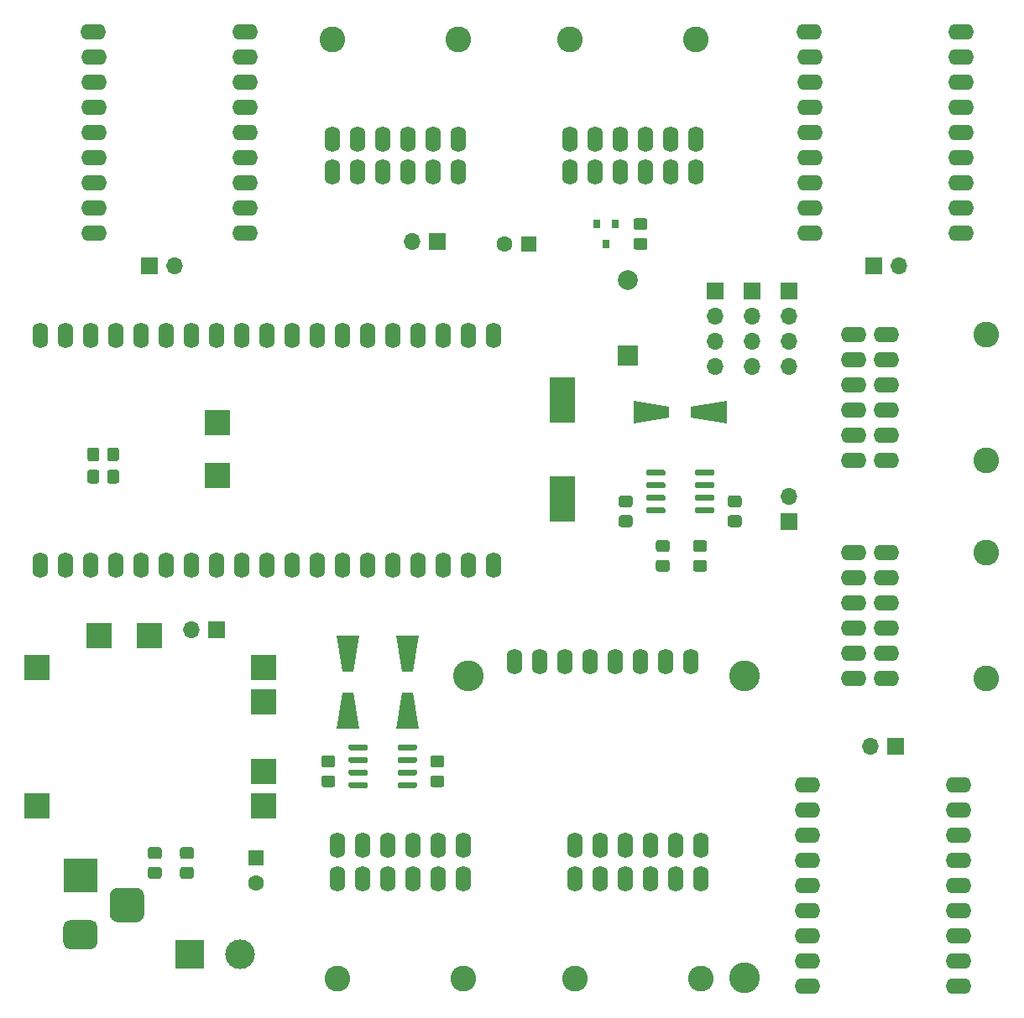
<source format=gts>
G04 #@! TF.GenerationSoftware,KiCad,Pcbnew,(5.1.9)-1*
G04 #@! TF.CreationDate,2021-04-18T14:16:20+07:00*
G04 #@! TF.ProjectId,kicad-weight-scale-6-ch,6b696361-642d-4776-9569-6768742d7363,rev?*
G04 #@! TF.SameCoordinates,Original*
G04 #@! TF.FileFunction,Soldermask,Top*
G04 #@! TF.FilePolarity,Negative*
%FSLAX46Y46*%
G04 Gerber Fmt 4.6, Leading zero omitted, Abs format (unit mm)*
G04 Created by KiCad (PCBNEW (5.1.9)-1) date 2021-04-18 14:16:20*
%MOMM*%
%LPD*%
G01*
G04 APERTURE LIST*
%ADD10O,1.600000X2.600000*%
%ADD11C,2.600000*%
%ADD12O,1.700000X1.700000*%
%ADD13R,1.700000X1.700000*%
%ADD14R,2.500000X2.500000*%
%ADD15O,2.600000X1.600000*%
%ADD16R,3.500000X3.500000*%
%ADD17C,3.100000*%
%ADD18C,3.000000*%
%ADD19R,3.000000X3.000000*%
%ADD20C,2.000000*%
%ADD21R,2.000000X2.000000*%
%ADD22C,1.600000*%
%ADD23R,1.600000X1.600000*%
%ADD24C,0.100000*%
%ADD25R,0.800000X0.900000*%
G04 APERTURE END LIST*
D10*
X147660000Y-82500000D03*
X145120000Y-82500000D03*
X142580000Y-82500000D03*
X140040000Y-82500000D03*
X137500000Y-82500000D03*
X134960000Y-82500000D03*
X132420000Y-82500000D03*
X129880000Y-82500000D03*
X127340000Y-82500000D03*
X124800000Y-82500000D03*
X122260000Y-82500000D03*
X119720000Y-82500000D03*
X117180000Y-82500000D03*
X114640000Y-82500000D03*
X112100000Y-82500000D03*
X109560000Y-82500000D03*
X107020000Y-82500000D03*
X104480000Y-82500000D03*
X101940000Y-82500000D03*
X101940000Y-105660000D03*
X104480000Y-105660000D03*
X107020000Y-105660000D03*
X109560000Y-105660000D03*
X112100000Y-105660000D03*
X114640000Y-105660000D03*
X117180000Y-105660000D03*
X119720000Y-105660000D03*
X122260000Y-105660000D03*
X124800000Y-105660000D03*
X127340000Y-105660000D03*
X129880000Y-105660000D03*
X132420000Y-105660000D03*
X134960000Y-105660000D03*
X137500000Y-105660000D03*
X140040000Y-105660000D03*
X142580000Y-105660000D03*
X145120000Y-105660000D03*
X147660000Y-105660000D03*
D11*
X155400000Y-52600000D03*
X168100000Y-52600000D03*
D10*
X168080000Y-66020000D03*
X165540000Y-66020000D03*
X163000000Y-66020000D03*
X160460000Y-66020000D03*
X157920000Y-66020000D03*
X155380000Y-66020000D03*
X155380000Y-62680000D03*
X157920000Y-62680000D03*
X160460000Y-62680000D03*
X163000000Y-62680000D03*
X165540000Y-62680000D03*
X168080000Y-62680000D03*
D11*
X131400000Y-52600000D03*
X144100000Y-52600000D03*
D10*
X144080000Y-66020000D03*
X141540000Y-66020000D03*
X139000000Y-66020000D03*
X136460000Y-66020000D03*
X133920000Y-66020000D03*
X131380000Y-66020000D03*
X131380000Y-62680000D03*
X133920000Y-62680000D03*
X136460000Y-62680000D03*
X139000000Y-62680000D03*
X141540000Y-62680000D03*
X144080000Y-62680000D03*
D12*
X117210000Y-112250000D03*
D13*
X119750000Y-112250000D03*
D14*
X113000000Y-112840000D03*
X107920000Y-112840000D03*
X124500000Y-116000000D03*
X124500000Y-119500000D03*
X124500000Y-126500000D03*
X124500000Y-130000000D03*
X101600000Y-116000000D03*
X101600000Y-130000000D03*
D11*
X197400000Y-104400000D03*
X197400000Y-117100000D03*
D15*
X183980000Y-117080000D03*
X183980000Y-114540000D03*
X183980000Y-112000000D03*
X183980000Y-109460000D03*
X183980000Y-106920000D03*
X183980000Y-104380000D03*
X187320000Y-104380000D03*
X187320000Y-106920000D03*
X187320000Y-109460000D03*
X187320000Y-112000000D03*
X187320000Y-114540000D03*
X187320000Y-117080000D03*
X179590000Y-72160000D03*
X179590000Y-69620000D03*
X179590000Y-67080000D03*
X179590000Y-64540000D03*
X179590000Y-62000000D03*
X179590000Y-59460000D03*
X179590000Y-56920000D03*
X179590000Y-54380000D03*
X179550000Y-51840000D03*
X194870000Y-51840000D03*
X194870000Y-54380000D03*
X194870000Y-56920000D03*
X194870000Y-59460000D03*
X194870000Y-62000000D03*
X194870000Y-64540000D03*
X194870000Y-67080000D03*
X194870000Y-69620000D03*
X194870000Y-72160000D03*
G36*
G01*
X111575000Y-141750000D02*
X109825000Y-141750000D01*
G75*
G02*
X108950000Y-140875000I0J875000D01*
G01*
X108950000Y-139125000D01*
G75*
G02*
X109825000Y-138250000I875000J0D01*
G01*
X111575000Y-138250000D01*
G75*
G02*
X112450000Y-139125000I0J-875000D01*
G01*
X112450000Y-140875000D01*
G75*
G02*
X111575000Y-141750000I-875000J0D01*
G01*
G37*
G36*
G01*
X107000000Y-144500000D02*
X105000000Y-144500000D01*
G75*
G02*
X104250000Y-143750000I0J750000D01*
G01*
X104250000Y-142250000D01*
G75*
G02*
X105000000Y-141500000I750000J0D01*
G01*
X107000000Y-141500000D01*
G75*
G02*
X107750000Y-142250000I0J-750000D01*
G01*
X107750000Y-143750000D01*
G75*
G02*
X107000000Y-144500000I-750000J0D01*
G01*
G37*
D16*
X106000000Y-137000000D03*
D17*
X172950000Y-147350000D03*
X145150000Y-116850000D03*
X172950000Y-116850000D03*
D10*
X149830000Y-115410000D03*
X152370000Y-115410000D03*
X154910000Y-115410000D03*
X157450000Y-115410000D03*
X159990000Y-115410000D03*
X162530000Y-115410000D03*
X165070000Y-115410000D03*
X167610000Y-115410000D03*
D18*
X122080000Y-145000000D03*
D19*
X117000000Y-145000000D03*
D20*
X161250000Y-76900000D03*
D21*
X161250000Y-84500000D03*
D22*
X123750000Y-137750000D03*
D23*
X123750000Y-135250000D03*
D22*
X148750000Y-73250000D03*
D23*
X151250000Y-73250000D03*
D24*
G36*
X140150000Y-122200000D02*
G01*
X137850000Y-122200000D01*
X138450000Y-118600000D01*
X139550000Y-118600000D01*
X140150000Y-122200000D01*
G37*
G36*
X137850000Y-112800000D02*
G01*
X140150000Y-112800000D01*
X139550000Y-116400000D01*
X138450000Y-116400000D01*
X137850000Y-112800000D01*
G37*
G36*
X134150000Y-122200000D02*
G01*
X131850000Y-122200000D01*
X132450000Y-118600000D01*
X133550000Y-118600000D01*
X134150000Y-122200000D01*
G37*
G36*
X131850000Y-112800000D02*
G01*
X134150000Y-112800000D01*
X133550000Y-116400000D01*
X132450000Y-116400000D01*
X131850000Y-112800000D01*
G37*
G36*
X171200000Y-89100000D02*
G01*
X171200000Y-91400000D01*
X167600000Y-90800000D01*
X167600000Y-89700000D01*
X171200000Y-89100000D01*
G37*
G36*
X161800000Y-91400000D02*
G01*
X161800000Y-89100000D01*
X165400000Y-89700000D01*
X165400000Y-90800000D01*
X161800000Y-91400000D01*
G37*
D12*
X139460000Y-73000000D03*
D13*
X142000000Y-73000000D03*
D12*
X170000000Y-85620000D03*
X170000000Y-83080000D03*
X170000000Y-80540000D03*
D13*
X170000000Y-78000000D03*
D12*
X173750000Y-85620000D03*
X173750000Y-83080000D03*
X173750000Y-80540000D03*
D13*
X173750000Y-78000000D03*
D12*
X177500000Y-85620000D03*
X177500000Y-83080000D03*
X177500000Y-80540000D03*
D13*
X177500000Y-78000000D03*
D12*
X115540000Y-75500000D03*
D13*
X113000000Y-75500000D03*
D12*
X188540000Y-75500000D03*
D13*
X186000000Y-75500000D03*
D12*
X185710000Y-124000000D03*
D13*
X188250000Y-124000000D03*
G36*
G01*
X165000000Y-100005000D02*
X165000000Y-100305000D01*
G75*
G02*
X164850000Y-100455000I-150000J0D01*
G01*
X163200000Y-100455000D01*
G75*
G02*
X163050000Y-100305000I0J150000D01*
G01*
X163050000Y-100005000D01*
G75*
G02*
X163200000Y-99855000I150000J0D01*
G01*
X164850000Y-99855000D01*
G75*
G02*
X165000000Y-100005000I0J-150000D01*
G01*
G37*
G36*
G01*
X165000000Y-98735000D02*
X165000000Y-99035000D01*
G75*
G02*
X164850000Y-99185000I-150000J0D01*
G01*
X163200000Y-99185000D01*
G75*
G02*
X163050000Y-99035000I0J150000D01*
G01*
X163050000Y-98735000D01*
G75*
G02*
X163200000Y-98585000I150000J0D01*
G01*
X164850000Y-98585000D01*
G75*
G02*
X165000000Y-98735000I0J-150000D01*
G01*
G37*
G36*
G01*
X165000000Y-97465000D02*
X165000000Y-97765000D01*
G75*
G02*
X164850000Y-97915000I-150000J0D01*
G01*
X163200000Y-97915000D01*
G75*
G02*
X163050000Y-97765000I0J150000D01*
G01*
X163050000Y-97465000D01*
G75*
G02*
X163200000Y-97315000I150000J0D01*
G01*
X164850000Y-97315000D01*
G75*
G02*
X165000000Y-97465000I0J-150000D01*
G01*
G37*
G36*
G01*
X165000000Y-96195000D02*
X165000000Y-96495000D01*
G75*
G02*
X164850000Y-96645000I-150000J0D01*
G01*
X163200000Y-96645000D01*
G75*
G02*
X163050000Y-96495000I0J150000D01*
G01*
X163050000Y-96195000D01*
G75*
G02*
X163200000Y-96045000I150000J0D01*
G01*
X164850000Y-96045000D01*
G75*
G02*
X165000000Y-96195000I0J-150000D01*
G01*
G37*
G36*
G01*
X169950000Y-96195000D02*
X169950000Y-96495000D01*
G75*
G02*
X169800000Y-96645000I-150000J0D01*
G01*
X168150000Y-96645000D01*
G75*
G02*
X168000000Y-96495000I0J150000D01*
G01*
X168000000Y-96195000D01*
G75*
G02*
X168150000Y-96045000I150000J0D01*
G01*
X169800000Y-96045000D01*
G75*
G02*
X169950000Y-96195000I0J-150000D01*
G01*
G37*
G36*
G01*
X169950000Y-97465000D02*
X169950000Y-97765000D01*
G75*
G02*
X169800000Y-97915000I-150000J0D01*
G01*
X168150000Y-97915000D01*
G75*
G02*
X168000000Y-97765000I0J150000D01*
G01*
X168000000Y-97465000D01*
G75*
G02*
X168150000Y-97315000I150000J0D01*
G01*
X169800000Y-97315000D01*
G75*
G02*
X169950000Y-97465000I0J-150000D01*
G01*
G37*
G36*
G01*
X169950000Y-98735000D02*
X169950000Y-99035000D01*
G75*
G02*
X169800000Y-99185000I-150000J0D01*
G01*
X168150000Y-99185000D01*
G75*
G02*
X168000000Y-99035000I0J150000D01*
G01*
X168000000Y-98735000D01*
G75*
G02*
X168150000Y-98585000I150000J0D01*
G01*
X169800000Y-98585000D01*
G75*
G02*
X169950000Y-98735000I0J-150000D01*
G01*
G37*
G36*
G01*
X169950000Y-100005000D02*
X169950000Y-100305000D01*
G75*
G02*
X169800000Y-100455000I-150000J0D01*
G01*
X168150000Y-100455000D01*
G75*
G02*
X168000000Y-100305000I0J150000D01*
G01*
X168000000Y-100005000D01*
G75*
G02*
X168150000Y-99855000I150000J0D01*
G01*
X169800000Y-99855000D01*
G75*
G02*
X169950000Y-100005000I0J-150000D01*
G01*
G37*
G36*
G01*
X138000000Y-124245000D02*
X138000000Y-123945000D01*
G75*
G02*
X138150000Y-123795000I150000J0D01*
G01*
X139800000Y-123795000D01*
G75*
G02*
X139950000Y-123945000I0J-150000D01*
G01*
X139950000Y-124245000D01*
G75*
G02*
X139800000Y-124395000I-150000J0D01*
G01*
X138150000Y-124395000D01*
G75*
G02*
X138000000Y-124245000I0J150000D01*
G01*
G37*
G36*
G01*
X138000000Y-125515000D02*
X138000000Y-125215000D01*
G75*
G02*
X138150000Y-125065000I150000J0D01*
G01*
X139800000Y-125065000D01*
G75*
G02*
X139950000Y-125215000I0J-150000D01*
G01*
X139950000Y-125515000D01*
G75*
G02*
X139800000Y-125665000I-150000J0D01*
G01*
X138150000Y-125665000D01*
G75*
G02*
X138000000Y-125515000I0J150000D01*
G01*
G37*
G36*
G01*
X138000000Y-126785000D02*
X138000000Y-126485000D01*
G75*
G02*
X138150000Y-126335000I150000J0D01*
G01*
X139800000Y-126335000D01*
G75*
G02*
X139950000Y-126485000I0J-150000D01*
G01*
X139950000Y-126785000D01*
G75*
G02*
X139800000Y-126935000I-150000J0D01*
G01*
X138150000Y-126935000D01*
G75*
G02*
X138000000Y-126785000I0J150000D01*
G01*
G37*
G36*
G01*
X138000000Y-128055000D02*
X138000000Y-127755000D01*
G75*
G02*
X138150000Y-127605000I150000J0D01*
G01*
X139800000Y-127605000D01*
G75*
G02*
X139950000Y-127755000I0J-150000D01*
G01*
X139950000Y-128055000D01*
G75*
G02*
X139800000Y-128205000I-150000J0D01*
G01*
X138150000Y-128205000D01*
G75*
G02*
X138000000Y-128055000I0J150000D01*
G01*
G37*
G36*
G01*
X133050000Y-128055000D02*
X133050000Y-127755000D01*
G75*
G02*
X133200000Y-127605000I150000J0D01*
G01*
X134850000Y-127605000D01*
G75*
G02*
X135000000Y-127755000I0J-150000D01*
G01*
X135000000Y-128055000D01*
G75*
G02*
X134850000Y-128205000I-150000J0D01*
G01*
X133200000Y-128205000D01*
G75*
G02*
X133050000Y-128055000I0J150000D01*
G01*
G37*
G36*
G01*
X133050000Y-126785000D02*
X133050000Y-126485000D01*
G75*
G02*
X133200000Y-126335000I150000J0D01*
G01*
X134850000Y-126335000D01*
G75*
G02*
X135000000Y-126485000I0J-150000D01*
G01*
X135000000Y-126785000D01*
G75*
G02*
X134850000Y-126935000I-150000J0D01*
G01*
X133200000Y-126935000D01*
G75*
G02*
X133050000Y-126785000I0J150000D01*
G01*
G37*
G36*
G01*
X133050000Y-125515000D02*
X133050000Y-125215000D01*
G75*
G02*
X133200000Y-125065000I150000J0D01*
G01*
X134850000Y-125065000D01*
G75*
G02*
X135000000Y-125215000I0J-150000D01*
G01*
X135000000Y-125515000D01*
G75*
G02*
X134850000Y-125665000I-150000J0D01*
G01*
X133200000Y-125665000D01*
G75*
G02*
X133050000Y-125515000I0J150000D01*
G01*
G37*
G36*
G01*
X133050000Y-124245000D02*
X133050000Y-123945000D01*
G75*
G02*
X133200000Y-123795000I150000J0D01*
G01*
X134850000Y-123795000D01*
G75*
G02*
X135000000Y-123945000I0J-150000D01*
G01*
X135000000Y-124245000D01*
G75*
G02*
X134850000Y-124395000I-150000J0D01*
G01*
X133200000Y-124395000D01*
G75*
G02*
X133050000Y-124245000I0J150000D01*
G01*
G37*
D25*
X159000000Y-73250000D03*
X158050000Y-71250000D03*
X159950000Y-71250000D03*
G36*
G01*
X107900000Y-94049999D02*
X107900000Y-94950001D01*
G75*
G02*
X107650001Y-95200000I-249999J0D01*
G01*
X106949999Y-95200000D01*
G75*
G02*
X106700000Y-94950001I0J249999D01*
G01*
X106700000Y-94049999D01*
G75*
G02*
X106949999Y-93800000I249999J0D01*
G01*
X107650001Y-93800000D01*
G75*
G02*
X107900000Y-94049999I0J-249999D01*
G01*
G37*
G36*
G01*
X109900000Y-94049999D02*
X109900000Y-94950001D01*
G75*
G02*
X109650001Y-95200000I-249999J0D01*
G01*
X108949999Y-95200000D01*
G75*
G02*
X108700000Y-94950001I0J249999D01*
G01*
X108700000Y-94049999D01*
G75*
G02*
X108949999Y-93800000I249999J0D01*
G01*
X109650001Y-93800000D01*
G75*
G02*
X109900000Y-94049999I0J-249999D01*
G01*
G37*
G36*
G01*
X161450001Y-99850000D02*
X160549999Y-99850000D01*
G75*
G02*
X160300000Y-99600001I0J249999D01*
G01*
X160300000Y-98899999D01*
G75*
G02*
X160549999Y-98650000I249999J0D01*
G01*
X161450001Y-98650000D01*
G75*
G02*
X161700000Y-98899999I0J-249999D01*
G01*
X161700000Y-99600001D01*
G75*
G02*
X161450001Y-99850000I-249999J0D01*
G01*
G37*
G36*
G01*
X161450001Y-101850000D02*
X160549999Y-101850000D01*
G75*
G02*
X160300000Y-101600001I0J249999D01*
G01*
X160300000Y-100899999D01*
G75*
G02*
X160549999Y-100650000I249999J0D01*
G01*
X161450001Y-100650000D01*
G75*
G02*
X161700000Y-100899999I0J-249999D01*
G01*
X161700000Y-101600001D01*
G75*
G02*
X161450001Y-101850000I-249999J0D01*
G01*
G37*
G36*
G01*
X107900000Y-96299999D02*
X107900000Y-97200001D01*
G75*
G02*
X107650001Y-97450000I-249999J0D01*
G01*
X106949999Y-97450000D01*
G75*
G02*
X106700000Y-97200001I0J249999D01*
G01*
X106700000Y-96299999D01*
G75*
G02*
X106949999Y-96050000I249999J0D01*
G01*
X107650001Y-96050000D01*
G75*
G02*
X107900000Y-96299999I0J-249999D01*
G01*
G37*
G36*
G01*
X109900000Y-96299999D02*
X109900000Y-97200001D01*
G75*
G02*
X109650001Y-97450000I-249999J0D01*
G01*
X108949999Y-97450000D01*
G75*
G02*
X108700000Y-97200001I0J249999D01*
G01*
X108700000Y-96299999D01*
G75*
G02*
X108949999Y-96050000I249999J0D01*
G01*
X109650001Y-96050000D01*
G75*
G02*
X109900000Y-96299999I0J-249999D01*
G01*
G37*
G36*
G01*
X117200001Y-135350000D02*
X116299999Y-135350000D01*
G75*
G02*
X116050000Y-135100001I0J249999D01*
G01*
X116050000Y-134399999D01*
G75*
G02*
X116299999Y-134150000I249999J0D01*
G01*
X117200001Y-134150000D01*
G75*
G02*
X117450000Y-134399999I0J-249999D01*
G01*
X117450000Y-135100001D01*
G75*
G02*
X117200001Y-135350000I-249999J0D01*
G01*
G37*
G36*
G01*
X117200001Y-137350000D02*
X116299999Y-137350000D01*
G75*
G02*
X116050000Y-137100001I0J249999D01*
G01*
X116050000Y-136399999D01*
G75*
G02*
X116299999Y-136150000I249999J0D01*
G01*
X117200001Y-136150000D01*
G75*
G02*
X117450000Y-136399999I0J-249999D01*
G01*
X117450000Y-137100001D01*
G75*
G02*
X117200001Y-137350000I-249999J0D01*
G01*
G37*
G36*
G01*
X131450001Y-126100000D02*
X130549999Y-126100000D01*
G75*
G02*
X130300000Y-125850001I0J249999D01*
G01*
X130300000Y-125149999D01*
G75*
G02*
X130549999Y-124900000I249999J0D01*
G01*
X131450001Y-124900000D01*
G75*
G02*
X131700000Y-125149999I0J-249999D01*
G01*
X131700000Y-125850001D01*
G75*
G02*
X131450001Y-126100000I-249999J0D01*
G01*
G37*
G36*
G01*
X131450001Y-128100000D02*
X130549999Y-128100000D01*
G75*
G02*
X130300000Y-127850001I0J249999D01*
G01*
X130300000Y-127149999D01*
G75*
G02*
X130549999Y-126900000I249999J0D01*
G01*
X131450001Y-126900000D01*
G75*
G02*
X131700000Y-127149999I0J-249999D01*
G01*
X131700000Y-127850001D01*
G75*
G02*
X131450001Y-128100000I-249999J0D01*
G01*
G37*
G36*
G01*
X142450001Y-126100000D02*
X141549999Y-126100000D01*
G75*
G02*
X141300000Y-125850001I0J249999D01*
G01*
X141300000Y-125149999D01*
G75*
G02*
X141549999Y-124900000I249999J0D01*
G01*
X142450001Y-124900000D01*
G75*
G02*
X142700000Y-125149999I0J-249999D01*
G01*
X142700000Y-125850001D01*
G75*
G02*
X142450001Y-126100000I-249999J0D01*
G01*
G37*
G36*
G01*
X142450001Y-128100000D02*
X141549999Y-128100000D01*
G75*
G02*
X141300000Y-127850001I0J249999D01*
G01*
X141300000Y-127149999D01*
G75*
G02*
X141549999Y-126900000I249999J0D01*
G01*
X142450001Y-126900000D01*
G75*
G02*
X142700000Y-127149999I0J-249999D01*
G01*
X142700000Y-127850001D01*
G75*
G02*
X142450001Y-128100000I-249999J0D01*
G01*
G37*
G36*
G01*
X171549999Y-100650000D02*
X172450001Y-100650000D01*
G75*
G02*
X172700000Y-100899999I0J-249999D01*
G01*
X172700000Y-101600001D01*
G75*
G02*
X172450001Y-101850000I-249999J0D01*
G01*
X171549999Y-101850000D01*
G75*
G02*
X171300000Y-101600001I0J249999D01*
G01*
X171300000Y-100899999D01*
G75*
G02*
X171549999Y-100650000I249999J0D01*
G01*
G37*
G36*
G01*
X171549999Y-98650000D02*
X172450001Y-98650000D01*
G75*
G02*
X172700000Y-98899999I0J-249999D01*
G01*
X172700000Y-99600001D01*
G75*
G02*
X172450001Y-99850000I-249999J0D01*
G01*
X171549999Y-99850000D01*
G75*
G02*
X171300000Y-99600001I0J249999D01*
G01*
X171300000Y-98899999D01*
G75*
G02*
X171549999Y-98650000I249999J0D01*
G01*
G37*
G36*
G01*
X113049999Y-136150000D02*
X113950001Y-136150000D01*
G75*
G02*
X114200000Y-136399999I0J-249999D01*
G01*
X114200000Y-137100001D01*
G75*
G02*
X113950001Y-137350000I-249999J0D01*
G01*
X113049999Y-137350000D01*
G75*
G02*
X112800000Y-137100001I0J249999D01*
G01*
X112800000Y-136399999D01*
G75*
G02*
X113049999Y-136150000I249999J0D01*
G01*
G37*
G36*
G01*
X113049999Y-134150000D02*
X113950001Y-134150000D01*
G75*
G02*
X114200000Y-134399999I0J-249999D01*
G01*
X114200000Y-135100001D01*
G75*
G02*
X113950001Y-135350000I-249999J0D01*
G01*
X113049999Y-135350000D01*
G75*
G02*
X112800000Y-135100001I0J249999D01*
G01*
X112800000Y-134399999D01*
G75*
G02*
X113049999Y-134150000I249999J0D01*
G01*
G37*
G36*
G01*
X164299999Y-105150000D02*
X165200001Y-105150000D01*
G75*
G02*
X165450000Y-105399999I0J-249999D01*
G01*
X165450000Y-106100001D01*
G75*
G02*
X165200001Y-106350000I-249999J0D01*
G01*
X164299999Y-106350000D01*
G75*
G02*
X164050000Y-106100001I0J249999D01*
G01*
X164050000Y-105399999D01*
G75*
G02*
X164299999Y-105150000I249999J0D01*
G01*
G37*
G36*
G01*
X164299999Y-103150000D02*
X165200001Y-103150000D01*
G75*
G02*
X165450000Y-103399999I0J-249999D01*
G01*
X165450000Y-104100001D01*
G75*
G02*
X165200001Y-104350000I-249999J0D01*
G01*
X164299999Y-104350000D01*
G75*
G02*
X164050000Y-104100001I0J249999D01*
G01*
X164050000Y-103399999D01*
G75*
G02*
X164299999Y-103150000I249999J0D01*
G01*
G37*
G36*
G01*
X168049999Y-105150000D02*
X168950001Y-105150000D01*
G75*
G02*
X169200000Y-105399999I0J-249999D01*
G01*
X169200000Y-106100001D01*
G75*
G02*
X168950001Y-106350000I-249999J0D01*
G01*
X168049999Y-106350000D01*
G75*
G02*
X167800000Y-106100001I0J249999D01*
G01*
X167800000Y-105399999D01*
G75*
G02*
X168049999Y-105150000I249999J0D01*
G01*
G37*
G36*
G01*
X168049999Y-103150000D02*
X168950001Y-103150000D01*
G75*
G02*
X169200000Y-103399999I0J-249999D01*
G01*
X169200000Y-104100001D01*
G75*
G02*
X168950001Y-104350000I-249999J0D01*
G01*
X168049999Y-104350000D01*
G75*
G02*
X167800000Y-104100001I0J249999D01*
G01*
X167800000Y-103399999D01*
G75*
G02*
X168049999Y-103150000I249999J0D01*
G01*
G37*
G36*
G01*
X162950001Y-71850000D02*
X162049999Y-71850000D01*
G75*
G02*
X161800000Y-71600001I0J249999D01*
G01*
X161800000Y-70899999D01*
G75*
G02*
X162049999Y-70650000I249999J0D01*
G01*
X162950001Y-70650000D01*
G75*
G02*
X163200000Y-70899999I0J-249999D01*
G01*
X163200000Y-71600001D01*
G75*
G02*
X162950001Y-71850000I-249999J0D01*
G01*
G37*
G36*
G01*
X162950001Y-73850000D02*
X162049999Y-73850000D01*
G75*
G02*
X161800000Y-73600001I0J249999D01*
G01*
X161800000Y-72899999D01*
G75*
G02*
X162049999Y-72650000I249999J0D01*
G01*
X162950001Y-72650000D01*
G75*
G02*
X163200000Y-72899999I0J-249999D01*
G01*
X163200000Y-73600001D01*
G75*
G02*
X162950001Y-73850000I-249999J0D01*
G01*
G37*
D12*
X177500000Y-98710000D03*
D13*
X177500000Y-101250000D03*
D14*
X119800000Y-91300000D03*
X119800000Y-96600000D03*
X154600000Y-88000000D03*
X154600000Y-90000000D03*
X154600000Y-98000000D03*
X154600000Y-100000000D03*
D15*
X107340000Y-72160000D03*
X107340000Y-69620000D03*
X107340000Y-67080000D03*
X107340000Y-64540000D03*
X107340000Y-62000000D03*
X107340000Y-59460000D03*
X107340000Y-56920000D03*
X107340000Y-54380000D03*
X107300000Y-51840000D03*
X122620000Y-51840000D03*
X122620000Y-54380000D03*
X122620000Y-56920000D03*
X122620000Y-59460000D03*
X122620000Y-62000000D03*
X122620000Y-64540000D03*
X122620000Y-67080000D03*
X122620000Y-69620000D03*
X122620000Y-72160000D03*
X179340000Y-148160000D03*
X179340000Y-145620000D03*
X179340000Y-143080000D03*
X179340000Y-140540000D03*
X179340000Y-138000000D03*
X179340000Y-135460000D03*
X179340000Y-132920000D03*
X179340000Y-130380000D03*
X179300000Y-127840000D03*
X194620000Y-127840000D03*
X194620000Y-130380000D03*
X194620000Y-132920000D03*
X194620000Y-135460000D03*
X194620000Y-138000000D03*
X194620000Y-140540000D03*
X194620000Y-143080000D03*
X194620000Y-145620000D03*
X194620000Y-148160000D03*
D11*
X197400000Y-82400000D03*
X197400000Y-95100000D03*
D15*
X183980000Y-95080000D03*
X183980000Y-92540000D03*
X183980000Y-90000000D03*
X183980000Y-87460000D03*
X183980000Y-84920000D03*
X183980000Y-82380000D03*
X187320000Y-82380000D03*
X187320000Y-84920000D03*
X187320000Y-87460000D03*
X187320000Y-90000000D03*
X187320000Y-92540000D03*
X187320000Y-95080000D03*
D11*
X144600000Y-147400000D03*
X131900000Y-147400000D03*
D10*
X131920000Y-133980000D03*
X134460000Y-133980000D03*
X137000000Y-133980000D03*
X139540000Y-133980000D03*
X142080000Y-133980000D03*
X144620000Y-133980000D03*
X144620000Y-137320000D03*
X142080000Y-137320000D03*
X139540000Y-137320000D03*
X137000000Y-137320000D03*
X134460000Y-137320000D03*
X131920000Y-137320000D03*
D11*
X168600000Y-147400000D03*
X155900000Y-147400000D03*
D10*
X155920000Y-133980000D03*
X158460000Y-133980000D03*
X161000000Y-133980000D03*
X163540000Y-133980000D03*
X166080000Y-133980000D03*
X168620000Y-133980000D03*
X168620000Y-137320000D03*
X166080000Y-137320000D03*
X163540000Y-137320000D03*
X161000000Y-137320000D03*
X158460000Y-137320000D03*
X155920000Y-137320000D03*
M02*

</source>
